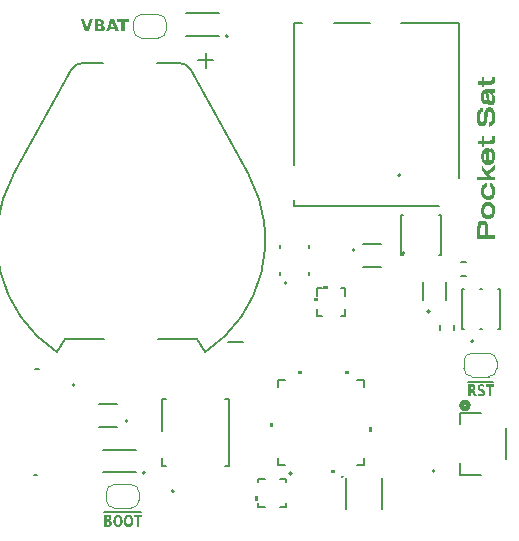
<source format=gbr>
%TF.GenerationSoftware,KiCad,Pcbnew,9.0.2+1*%
%TF.CreationDate,2025-08-01T20:38:56+01:00*%
%TF.ProjectId,PocketSat,506f636b-6574-4536-9174-2e6b69636164,rev?*%
%TF.SameCoordinates,Original*%
%TF.FileFunction,Legend,Top*%
%TF.FilePolarity,Positive*%
%FSLAX46Y46*%
G04 Gerber Fmt 4.6, Leading zero omitted, Abs format (unit mm)*
G04 Created by KiCad (PCBNEW 9.0.2+1) date 2025-08-01 20:38:56*
%MOMM*%
%LPD*%
G01*
G04 APERTURE LIST*
%ADD10C,0.160000*%
%ADD11C,0.187500*%
%ADD12C,0.152400*%
%ADD13C,0.000000*%
%ADD14C,0.127000*%
%ADD15C,0.200000*%
%ADD16C,0.120000*%
%ADD17C,0.150000*%
%ADD18C,0.400000*%
G04 APERTURE END LIST*
D10*
G36*
X108326838Y-56170041D02*
G01*
X108591170Y-56170041D01*
X108861730Y-56922859D01*
X109131557Y-56170041D01*
X109395889Y-56170041D01*
X109018168Y-57190000D01*
X108704621Y-57190000D01*
X108326838Y-56170041D01*
G37*
G36*
X110037315Y-56175157D02*
G01*
X110122348Y-56188852D01*
X110186664Y-56209045D01*
X110234436Y-56234277D01*
X110275194Y-56270129D01*
X110304559Y-56314937D01*
X110323090Y-56370586D01*
X110329752Y-56439991D01*
X110325627Y-56488605D01*
X110313860Y-56530446D01*
X110294886Y-56566753D01*
X110268696Y-56598113D01*
X110235390Y-56623901D01*
X110193831Y-56644300D01*
X110246940Y-56665814D01*
X110290169Y-56695977D01*
X110324989Y-56735158D01*
X110350268Y-56781353D01*
X110365949Y-56834962D01*
X110371456Y-56897702D01*
X110364578Y-56969991D01*
X110345294Y-57029092D01*
X110314529Y-57077715D01*
X110271683Y-57117643D01*
X110221130Y-57146733D01*
X110156027Y-57169411D01*
X110073070Y-57184463D01*
X109968394Y-57190000D01*
X109531871Y-57190000D01*
X109531871Y-57010237D01*
X109794860Y-57010237D01*
X109949282Y-57010237D01*
X110001209Y-57005932D01*
X110039918Y-56994401D01*
X110068473Y-56976959D01*
X110090010Y-56952086D01*
X110103543Y-56919376D01*
X110108468Y-56876331D01*
X110103606Y-56834215D01*
X110090216Y-56802062D01*
X110068839Y-56777473D01*
X110040487Y-56760238D01*
X110001700Y-56748791D01*
X109949282Y-56744501D01*
X109794860Y-56744501D01*
X109794860Y-57010237D01*
X109531871Y-57010237D01*
X109531871Y-56564738D01*
X109794860Y-56564738D01*
X109940368Y-56564738D01*
X109981001Y-56561260D01*
X110011670Y-56551880D01*
X110034645Y-56537566D01*
X110052006Y-56517339D01*
X110062844Y-56491191D01*
X110066763Y-56457271D01*
X110062868Y-56423797D01*
X110052050Y-56397737D01*
X110034645Y-56377342D01*
X110011640Y-56362821D01*
X109980969Y-56353323D01*
X109940368Y-56349804D01*
X109794860Y-56349804D01*
X109794860Y-56564738D01*
X109531871Y-56564738D01*
X109531871Y-56170041D01*
X109926751Y-56170041D01*
X110037315Y-56175157D01*
G37*
G36*
X111546203Y-57190000D02*
G01*
X111281871Y-57190000D01*
X111217636Y-57002421D01*
X110806392Y-57002421D01*
X110741484Y-57190000D01*
X110477152Y-57190000D01*
X110616107Y-56814842D01*
X110871971Y-56814842D01*
X111151385Y-56814842D01*
X111012044Y-56409094D01*
X110871971Y-56814842D01*
X110616107Y-56814842D01*
X110854935Y-56170041D01*
X111168482Y-56170041D01*
X111546203Y-57190000D01*
G37*
G36*
X111451193Y-56170041D02*
G01*
X112391161Y-56170041D01*
X112391161Y-56369344D01*
X112053007Y-56369344D01*
X112053007Y-57190000D01*
X111790019Y-57190000D01*
X111790019Y-56369344D01*
X111451193Y-56369344D01*
X111451193Y-56170041D01*
G37*
D11*
G36*
X141545733Y-87065302D02*
G01*
X141606664Y-87079490D01*
X141653564Y-87100641D01*
X141689155Y-87127452D01*
X141719127Y-87164675D01*
X141740863Y-87211123D01*
X141754633Y-87268772D01*
X141759589Y-87340554D01*
X141755177Y-87406131D01*
X141742762Y-87460538D01*
X141722952Y-87505968D01*
X141695640Y-87543965D01*
X141659458Y-87575811D01*
X141612585Y-87601284D01*
X141638301Y-87612821D01*
X141662352Y-87631282D01*
X141685079Y-87657337D01*
X141715218Y-87708070D01*
X141749880Y-87789656D01*
X141856950Y-88080000D01*
X141646886Y-88080000D01*
X141553646Y-87825987D01*
X141532782Y-87776061D01*
X141513819Y-87742410D01*
X141496539Y-87721207D01*
X141476217Y-87706200D01*
X141450924Y-87696592D01*
X141419419Y-87693119D01*
X141363549Y-87693119D01*
X141363549Y-88080000D01*
X141166308Y-88080000D01*
X141166308Y-87509448D01*
X141363549Y-87509448D01*
X141446576Y-87509448D01*
X141487491Y-87505333D01*
X141516036Y-87494663D01*
X141535420Y-87479162D01*
X141549624Y-87456376D01*
X141558877Y-87424224D01*
X141562347Y-87379450D01*
X141558876Y-87335194D01*
X141549626Y-87303536D01*
X141535420Y-87281203D01*
X141516076Y-87266037D01*
X141487535Y-87255570D01*
X141446576Y-87251528D01*
X141363549Y-87251528D01*
X141363549Y-87509448D01*
X141166308Y-87509448D01*
X141166308Y-87060041D01*
X141467596Y-87060041D01*
X141545733Y-87065302D01*
G37*
G36*
X142506834Y-87091304D02*
G01*
X142506834Y-87306238D01*
X142443725Y-87273564D01*
X142383873Y-87250734D01*
X142324559Y-87236504D01*
X142270667Y-87231988D01*
X142223446Y-87235507D01*
X142189646Y-87244652D01*
X142166116Y-87257756D01*
X142147298Y-87278126D01*
X142136217Y-87304143D01*
X142132318Y-87337684D01*
X142134957Y-87363273D01*
X142142495Y-87384004D01*
X142155125Y-87401065D01*
X142183143Y-87420184D01*
X142237877Y-87440022D01*
X142321866Y-87462554D01*
X142387272Y-87484422D01*
X142437554Y-87509578D01*
X142475427Y-87537155D01*
X142503217Y-87566662D01*
X142525968Y-87603631D01*
X142542670Y-87647982D01*
X142553251Y-87701209D01*
X142557026Y-87765293D01*
X142551702Y-87849271D01*
X142536907Y-87917266D01*
X142513669Y-87972435D01*
X142481967Y-88017046D01*
X142443411Y-88050522D01*
X142394071Y-88076312D01*
X142331489Y-88093309D01*
X142252715Y-88099539D01*
X142180035Y-88094926D01*
X142106673Y-88080976D01*
X142033860Y-88058161D01*
X141960173Y-88026083D01*
X141960173Y-87802540D01*
X142033627Y-87849254D01*
X142101819Y-87881491D01*
X142169949Y-87901600D01*
X142233756Y-87908053D01*
X142276514Y-87904288D01*
X142308714Y-87894241D01*
X142332628Y-87879293D01*
X142351891Y-87857043D01*
X142363099Y-87830136D01*
X142366975Y-87796983D01*
X142364188Y-87766389D01*
X142356379Y-87742204D01*
X142343665Y-87722916D01*
X142313822Y-87700848D01*
X142250654Y-87676266D01*
X142174313Y-87653735D01*
X142116215Y-87632949D01*
X142070144Y-87608208D01*
X142034133Y-87580229D01*
X142006518Y-87549382D01*
X141983873Y-87511581D01*
X141967436Y-87467658D01*
X141957157Y-87416426D01*
X141953533Y-87356308D01*
X141958582Y-87281538D01*
X141972831Y-87219107D01*
X141995635Y-87166611D01*
X142027309Y-87122384D01*
X142065386Y-87088535D01*
X142112166Y-87062985D01*
X142169439Y-87046466D01*
X142239388Y-87040502D01*
X142302774Y-87043626D01*
X142368990Y-87053203D01*
X142435965Y-87068857D01*
X142506834Y-87091304D01*
G37*
G36*
X142639504Y-87060041D02*
G01*
X143344480Y-87060041D01*
X143344480Y-87259344D01*
X143090865Y-87259344D01*
X143090865Y-88080000D01*
X142893623Y-88080000D01*
X142893623Y-87259344D01*
X142639504Y-87259344D01*
X142639504Y-87060041D01*
G37*
X141145000Y-86850000D02*
X143275251Y-86850000D01*
G36*
X110725390Y-98115157D02*
G01*
X110789165Y-98128852D01*
X110837402Y-98149045D01*
X110873231Y-98174277D01*
X110903800Y-98210129D01*
X110925823Y-98254937D01*
X110939722Y-98310586D01*
X110944718Y-98379991D01*
X110941624Y-98428605D01*
X110932799Y-98470446D01*
X110918568Y-98506753D01*
X110898926Y-98538113D01*
X110873946Y-98563901D01*
X110842777Y-98584300D01*
X110882609Y-98605814D01*
X110915031Y-98635977D01*
X110941146Y-98675158D01*
X110960105Y-98721353D01*
X110971866Y-98774962D01*
X110975996Y-98837702D01*
X110970837Y-98909991D01*
X110956375Y-98969092D01*
X110933301Y-99017715D01*
X110901166Y-99057643D01*
X110863251Y-99086733D01*
X110814424Y-99109411D01*
X110752206Y-99124463D01*
X110673700Y-99130000D01*
X110346308Y-99130000D01*
X110346308Y-98950237D01*
X110543549Y-98950237D01*
X110659366Y-98950237D01*
X110698310Y-98945932D01*
X110727342Y-98934401D01*
X110748759Y-98916959D01*
X110764912Y-98892086D01*
X110775061Y-98859376D01*
X110778755Y-98816331D01*
X110775109Y-98774215D01*
X110765066Y-98742062D01*
X110749033Y-98717473D01*
X110727769Y-98700238D01*
X110698679Y-98688791D01*
X110659366Y-98684501D01*
X110543549Y-98684501D01*
X110543549Y-98950237D01*
X110346308Y-98950237D01*
X110346308Y-98504738D01*
X110543549Y-98504738D01*
X110652680Y-98504738D01*
X110683155Y-98501260D01*
X110706156Y-98491880D01*
X110723388Y-98477566D01*
X110736408Y-98457339D01*
X110744537Y-98431191D01*
X110747476Y-98397271D01*
X110744555Y-98363797D01*
X110736441Y-98337737D01*
X110723388Y-98317342D01*
X110706134Y-98302821D01*
X110683131Y-98293323D01*
X110652680Y-98289804D01*
X110543549Y-98289804D01*
X110543549Y-98504738D01*
X110346308Y-98504738D01*
X110346308Y-98110041D01*
X110642467Y-98110041D01*
X110725390Y-98115157D01*
G37*
G36*
X111570320Y-98096804D02*
G01*
X111635150Y-98114743D01*
X111691773Y-98143307D01*
X111741373Y-98182102D01*
X111784837Y-98231369D01*
X111821311Y-98289774D01*
X111850090Y-98356488D01*
X111871312Y-98432719D01*
X111884653Y-98520053D01*
X111889342Y-98620387D01*
X111884659Y-98720384D01*
X111871330Y-98807500D01*
X111850115Y-98883612D01*
X111821333Y-98950291D01*
X111784837Y-99008733D01*
X111741375Y-99057976D01*
X111691777Y-99096754D01*
X111635153Y-99125307D01*
X111570323Y-99143240D01*
X111495867Y-99149539D01*
X111421671Y-99143251D01*
X111356980Y-99125340D01*
X111300395Y-99096801D01*
X111250751Y-99058015D01*
X111207172Y-99008733D01*
X111170569Y-98950272D01*
X111141711Y-98883581D01*
X111120445Y-98807469D01*
X111107085Y-98720363D01*
X111102392Y-98620387D01*
X111306319Y-98620387D01*
X111309936Y-98701663D01*
X111319975Y-98768772D01*
X111335503Y-98824032D01*
X111356007Y-98869392D01*
X111383306Y-98908097D01*
X111415045Y-98935395D01*
X111452102Y-98952171D01*
X111495867Y-98958053D01*
X111539927Y-98952157D01*
X111577161Y-98935359D01*
X111608980Y-98908056D01*
X111636276Y-98869392D01*
X111656781Y-98824032D01*
X111672309Y-98768772D01*
X111682348Y-98701663D01*
X111685964Y-98620387D01*
X111682341Y-98538699D01*
X111672291Y-98471366D01*
X111656761Y-98416031D01*
X111636276Y-98370710D01*
X111608977Y-98332016D01*
X111577157Y-98304695D01*
X111539924Y-98287887D01*
X111495867Y-98281988D01*
X111452105Y-98287873D01*
X111415049Y-98304659D01*
X111383309Y-98331976D01*
X111356007Y-98370710D01*
X111335522Y-98416031D01*
X111319993Y-98471366D01*
X111309943Y-98538699D01*
X111306319Y-98620387D01*
X111102392Y-98620387D01*
X111107091Y-98520074D01*
X111120463Y-98432750D01*
X111141737Y-98356519D01*
X111170592Y-98289794D01*
X111207172Y-98231369D01*
X111250753Y-98182063D01*
X111300398Y-98143260D01*
X111356984Y-98114710D01*
X111421674Y-98096792D01*
X111495867Y-98090502D01*
X111570320Y-98096804D01*
G37*
G36*
X112462784Y-98096804D02*
G01*
X112527613Y-98114743D01*
X112584237Y-98143307D01*
X112633836Y-98182102D01*
X112677300Y-98231369D01*
X112713774Y-98289774D01*
X112742553Y-98356488D01*
X112763775Y-98432719D01*
X112777117Y-98520053D01*
X112781806Y-98620387D01*
X112777123Y-98720384D01*
X112763793Y-98807500D01*
X112742579Y-98883612D01*
X112713796Y-98950291D01*
X112677300Y-99008733D01*
X112633838Y-99057976D01*
X112584240Y-99096754D01*
X112527617Y-99125307D01*
X112462786Y-99143240D01*
X112388330Y-99149539D01*
X112314135Y-99143251D01*
X112249443Y-99125340D01*
X112192858Y-99096801D01*
X112143214Y-99058015D01*
X112099635Y-99008733D01*
X112063033Y-98950272D01*
X112034174Y-98883581D01*
X112012909Y-98807469D01*
X111999548Y-98720363D01*
X111994855Y-98620387D01*
X112198783Y-98620387D01*
X112202399Y-98701663D01*
X112212438Y-98768772D01*
X112227966Y-98824032D01*
X112248471Y-98869392D01*
X112275769Y-98908097D01*
X112307508Y-98935395D01*
X112344566Y-98952171D01*
X112388330Y-98958053D01*
X112432390Y-98952157D01*
X112469624Y-98935359D01*
X112501443Y-98908056D01*
X112528739Y-98869392D01*
X112549244Y-98824032D01*
X112564772Y-98768772D01*
X112574811Y-98701663D01*
X112578428Y-98620387D01*
X112574804Y-98538699D01*
X112564754Y-98471366D01*
X112549225Y-98416031D01*
X112528739Y-98370710D01*
X112501440Y-98332016D01*
X112469620Y-98304695D01*
X112432387Y-98287887D01*
X112388330Y-98281988D01*
X112344569Y-98287873D01*
X112307513Y-98304659D01*
X112275772Y-98331976D01*
X112248471Y-98370710D01*
X112227986Y-98416031D01*
X112212456Y-98471366D01*
X112202406Y-98538699D01*
X112198783Y-98620387D01*
X111994855Y-98620387D01*
X111999554Y-98520074D01*
X112012926Y-98432750D01*
X112034200Y-98356519D01*
X112063055Y-98289794D01*
X112099635Y-98231369D01*
X112143216Y-98182063D01*
X112192862Y-98143260D01*
X112249447Y-98114710D01*
X112314137Y-98096792D01*
X112388330Y-98090502D01*
X112462784Y-98096804D01*
G37*
G36*
X112840195Y-98110041D02*
G01*
X113545171Y-98110041D01*
X113545171Y-98309344D01*
X113291556Y-98309344D01*
X113291556Y-99130000D01*
X113094314Y-99130000D01*
X113094314Y-98309344D01*
X112840195Y-98309344D01*
X112840195Y-98110041D01*
G37*
X110325000Y-97900000D02*
X113475942Y-97900000D01*
D12*
%TO.C,U2*%
X140629800Y-79013900D02*
X140629800Y-82417500D01*
X140629800Y-82417500D02*
X140817059Y-82417500D01*
X140817059Y-79013900D02*
X140629800Y-79013900D01*
X142142939Y-82417500D02*
X142317061Y-82417500D01*
X142317061Y-79013900D02*
X142142939Y-79013900D01*
X143642941Y-82417500D02*
X143830200Y-82417500D01*
X143830200Y-79013900D02*
X143642941Y-79013900D01*
X143830200Y-82417500D02*
X143830200Y-79013900D01*
X141581600Y-83415700D02*
G75*
G02*
X141378400Y-83415700I-101600J0D01*
G01*
X141378400Y-83415700D02*
G75*
G02*
X141581600Y-83415700I101600J0D01*
G01*
%TO.C,U4*%
X123368837Y-95076000D02*
X123368837Y-95362793D01*
X123368837Y-97151407D02*
X123368837Y-97438200D01*
X123368837Y-97438200D02*
X123905693Y-97438200D01*
X123905693Y-95076000D02*
X123368837Y-95076000D01*
X125194181Y-97438200D02*
X125731037Y-97438200D01*
X125731037Y-95076000D02*
X125194181Y-95076000D01*
X125731037Y-95362793D02*
X125731037Y-95076000D01*
X125731037Y-97438200D02*
X125731037Y-97151407D01*
D13*
G36*
X123343437Y-96947726D02*
G01*
X123089437Y-96947726D01*
X123089437Y-96566726D01*
X123343437Y-96566726D01*
X123343437Y-96947726D01*
G37*
D14*
%TO.C,J20*%
X104685000Y-94713498D02*
X104385000Y-94713498D01*
X104795000Y-85773498D02*
X104495000Y-85773498D01*
D15*
X107825000Y-87143498D02*
G75*
G02*
X107625000Y-87143498I-100000J0D01*
G01*
X107625000Y-87143498D02*
G75*
G02*
X107825000Y-87143498I100000J0D01*
G01*
D16*
%TO.C,JP4*%
X110498600Y-96850000D02*
X110498600Y-96250000D01*
X111198600Y-95550000D02*
X112598600Y-95550000D01*
X112598600Y-97550000D02*
X111198600Y-97550000D01*
X113298600Y-96250000D02*
X113298600Y-96850000D01*
X110498600Y-96250000D02*
G75*
G02*
X111198600Y-95550000I699999J1D01*
G01*
X111198600Y-97550000D02*
G75*
G02*
X110498600Y-96850000I-1J699999D01*
G01*
X112598600Y-95550000D02*
G75*
G02*
X113298600Y-96250000I0J-700000D01*
G01*
X113298600Y-96850000D02*
G75*
G02*
X112598600Y-97550000I-700000J0D01*
G01*
D12*
%TO.C,MCU2*%
X125067800Y-86667800D02*
X125067800Y-87278360D01*
X125067800Y-93321640D02*
X125067800Y-93932200D01*
X125067800Y-93932200D02*
X125678360Y-93932200D01*
X125678360Y-86667800D02*
X125067800Y-86667800D01*
X131721640Y-93932200D02*
X132332200Y-93932200D01*
X132332200Y-86667800D02*
X131721640Y-86667800D01*
X132332200Y-87278360D02*
X132332200Y-86667800D01*
X132332200Y-93932200D02*
X132332200Y-93321640D01*
D15*
X126230000Y-94600000D02*
G75*
G02*
X125990000Y-94600000I-120000J0D01*
G01*
X125990000Y-94600000D02*
G75*
G02*
X126230000Y-94600000I120000J0D01*
G01*
D13*
G36*
X124636000Y-90690500D02*
G01*
X124382000Y-90690500D01*
X124382000Y-90309500D01*
X124636000Y-90309500D01*
X124636000Y-90690500D01*
G37*
G36*
X127090501Y-86236000D02*
G01*
X126709501Y-86236000D01*
X126709501Y-85982000D01*
X127090501Y-85982000D01*
X127090501Y-86236000D01*
G37*
G36*
X129890501Y-94618000D02*
G01*
X129509501Y-94618000D01*
X129509501Y-94364000D01*
X129890501Y-94364000D01*
X129890501Y-94618000D01*
G37*
G36*
X131090501Y-86236000D02*
G01*
X130709501Y-86236000D01*
X130709501Y-85982000D01*
X131090501Y-85982000D01*
X131090501Y-86236000D01*
G37*
G36*
X133018000Y-91090499D02*
G01*
X132764000Y-91090499D01*
X132764000Y-90709499D01*
X133018000Y-90709499D01*
X133018000Y-91090499D01*
G37*
D12*
%TO.C,U6*%
X128368903Y-78945897D02*
X128368903Y-79571955D01*
X128368903Y-80682039D02*
X128368903Y-81308097D01*
X128368903Y-81308097D02*
X128744962Y-81308097D01*
X128744962Y-78945897D02*
X128368903Y-78945897D01*
X130355044Y-81308097D02*
X130731103Y-81308097D01*
X130731103Y-78945897D02*
X130355044Y-78945897D01*
X130731103Y-79571955D02*
X130731103Y-78945897D01*
X130731103Y-81308097D02*
X130731103Y-80682039D01*
G36*
X128119003Y-79726997D02*
G01*
X128394003Y-79726997D01*
X128394003Y-79976997D01*
X128119003Y-79976997D01*
X128119003Y-79726997D01*
G37*
D13*
G36*
X129240504Y-78972996D02*
G01*
X128859504Y-78972996D01*
X128859504Y-78718996D01*
X129240504Y-78718996D01*
X129240504Y-78972996D01*
G37*
%TO.C,G\u002A\u002A\u002A*%
G36*
X142496172Y-61205025D02*
G01*
X142496172Y-61380570D01*
X142772112Y-61380570D01*
X142857850Y-61379953D01*
X142936152Y-61378232D01*
X143002336Y-61375602D01*
X143051724Y-61372258D01*
X143079630Y-61368395D01*
X143082013Y-61367659D01*
X143113180Y-61341538D01*
X143132791Y-61291829D01*
X143140626Y-61219456D01*
X143137367Y-61135034D01*
X143128023Y-61029480D01*
X143256024Y-61029480D01*
X143384024Y-61029480D01*
X143392464Y-61071678D01*
X143397494Y-61115492D01*
X143399943Y-61177870D01*
X143400011Y-61251055D01*
X143397898Y-61327290D01*
X143393807Y-61398818D01*
X143387937Y-61457881D01*
X143381541Y-61493088D01*
X143354812Y-61564622D01*
X143315947Y-61616903D01*
X143259636Y-61656807D01*
X143252089Y-61660766D01*
X143232854Y-61670033D01*
X143213475Y-61677198D01*
X143190329Y-61682529D01*
X143159789Y-61686297D01*
X143118232Y-61688772D01*
X143062033Y-61690223D01*
X142987567Y-61690921D01*
X142891209Y-61691137D01*
X142844401Y-61691149D01*
X142496172Y-61691149D01*
X142496172Y-61805928D01*
X142496172Y-61920708D01*
X142394896Y-61920708D01*
X142293620Y-61920708D01*
X142293620Y-61805928D01*
X142293620Y-61691149D01*
X142138330Y-61691149D01*
X141983040Y-61691149D01*
X141983040Y-61535858D01*
X141983041Y-61380570D01*
X142138330Y-61380570D01*
X142293620Y-61380570D01*
X142293620Y-61205025D01*
X142293620Y-61029480D01*
X142394896Y-61029480D01*
X142496172Y-61029480D01*
X142496172Y-61205025D01*
G37*
G36*
X142496172Y-66255317D02*
G01*
X142496172Y-66430862D01*
X142772113Y-66430862D01*
X142857850Y-66430245D01*
X142936152Y-66428524D01*
X143002337Y-66425894D01*
X143051724Y-66422550D01*
X143079630Y-66418687D01*
X143082013Y-66417951D01*
X143113180Y-66391830D01*
X143132791Y-66342122D01*
X143140626Y-66269749D01*
X143137367Y-66185327D01*
X143128023Y-66079772D01*
X143256024Y-66079772D01*
X143384024Y-66079772D01*
X143392464Y-66121970D01*
X143397494Y-66165784D01*
X143399943Y-66228162D01*
X143400011Y-66301348D01*
X143397898Y-66377583D01*
X143393806Y-66449110D01*
X143387937Y-66508173D01*
X143381541Y-66543380D01*
X143354812Y-66614914D01*
X143315948Y-66667195D01*
X143259636Y-66707099D01*
X143252089Y-66711059D01*
X143232854Y-66720327D01*
X143213475Y-66727492D01*
X143190329Y-66732822D01*
X143159789Y-66736589D01*
X143118232Y-66739064D01*
X143062033Y-66740515D01*
X142987567Y-66741214D01*
X142891209Y-66741429D01*
X142844400Y-66741441D01*
X142496172Y-66741441D01*
X142496172Y-66856221D01*
X142496172Y-66971000D01*
X142394896Y-66971000D01*
X142293620Y-66971000D01*
X142293620Y-66856221D01*
X142293620Y-66741441D01*
X142138330Y-66741441D01*
X141983040Y-66741441D01*
X141983040Y-66586152D01*
X141983040Y-66430862D01*
X142138330Y-66430862D01*
X142293620Y-66430862D01*
X142293620Y-66255317D01*
X142293620Y-66079772D01*
X142394896Y-66079772D01*
X142496172Y-66079772D01*
X142496172Y-66255317D01*
G37*
G36*
X143379229Y-68494697D02*
G01*
X143383352Y-68507798D01*
X143385674Y-68535958D01*
X143386645Y-68582760D01*
X143386718Y-68651786D01*
X143386621Y-68680470D01*
X143385842Y-68881739D01*
X143143994Y-69086194D01*
X142902146Y-69290650D01*
X142978100Y-69386646D01*
X143054055Y-69482643D01*
X143220727Y-69482643D01*
X143387400Y-69482643D01*
X143387400Y-69637932D01*
X143387400Y-69793222D01*
X142651461Y-69793222D01*
X141915523Y-69793222D01*
X141915523Y-69638134D01*
X141915523Y-69483045D01*
X142315595Y-69479468D01*
X142715666Y-69475891D01*
X142504643Y-69214693D01*
X142293620Y-68953495D01*
X142293620Y-68745448D01*
X142293939Y-68673947D01*
X142294820Y-68613054D01*
X142296147Y-68567374D01*
X142297804Y-68541511D01*
X142298835Y-68537401D01*
X142308318Y-68547517D01*
X142332200Y-68575949D01*
X142368140Y-68619821D01*
X142413795Y-68676258D01*
X142466821Y-68742385D01*
X142508978Y-68795300D01*
X142573274Y-68875915D01*
X142623129Y-68937457D01*
X142660684Y-68982168D01*
X142688084Y-69012291D01*
X142707467Y-69030070D01*
X142720976Y-69037747D01*
X142730753Y-69037566D01*
X142736697Y-69033817D01*
X142752639Y-69020238D01*
X142786268Y-68991584D01*
X142834716Y-68950294D01*
X142895119Y-68898815D01*
X142964609Y-68839586D01*
X143040320Y-68775052D01*
X143049813Y-68766959D01*
X143126139Y-68701899D01*
X143196641Y-68641804D01*
X143258441Y-68589126D01*
X143308662Y-68546317D01*
X143344428Y-68515831D01*
X143362861Y-68500118D01*
X143363769Y-68499344D01*
X143372852Y-68493073D01*
X143379229Y-68494697D01*
G37*
G36*
X142452529Y-73203236D02*
G01*
X142502655Y-73205187D01*
X142539672Y-73209865D01*
X142570530Y-73218437D01*
X142602176Y-73232068D01*
X142625409Y-73243659D01*
X142703715Y-73298360D01*
X142765941Y-73372963D01*
X142808893Y-73463633D01*
X142808938Y-73463768D01*
X142814297Y-73492790D01*
X142818921Y-73545596D01*
X142822838Y-73622852D01*
X142826075Y-73725219D01*
X142828657Y-73853362D01*
X142830353Y-73982392D01*
X142835350Y-74451361D01*
X143107999Y-74455013D01*
X143380648Y-74458666D01*
X143384439Y-74624084D01*
X143388232Y-74789501D01*
X142658012Y-74789501D01*
X142387965Y-74789501D01*
X141927793Y-74789501D01*
X141929906Y-74451915D01*
X142183713Y-74451915D01*
X142387965Y-74451915D01*
X142592217Y-74451915D01*
X142588081Y-74063690D01*
X142586674Y-73948331D01*
X142585051Y-73856814D01*
X142583015Y-73785974D01*
X142580367Y-73732647D01*
X142576905Y-73693669D01*
X142572431Y-73665874D01*
X142566746Y-73646098D01*
X142560950Y-73633482D01*
X142531868Y-73598526D01*
X142493905Y-73572918D01*
X142493433Y-73572716D01*
X142437000Y-73557814D01*
X142374143Y-73554775D01*
X142315239Y-73563128D01*
X142270666Y-73582399D01*
X142270023Y-73582870D01*
X142248617Y-73599734D01*
X142231535Y-73617278D01*
X142218248Y-73638649D01*
X142208225Y-73666992D01*
X142200939Y-73705453D01*
X142195861Y-73757178D01*
X142192460Y-73825312D01*
X142190209Y-73913002D01*
X142188578Y-74023393D01*
X142188027Y-74070442D01*
X142183713Y-74451915D01*
X141929906Y-74451915D01*
X141931786Y-74151464D01*
X141932740Y-74003591D01*
X141933670Y-73880182D01*
X141934699Y-73778689D01*
X141935952Y-73696569D01*
X141937552Y-73631277D01*
X141939623Y-73580268D01*
X141942288Y-73540997D01*
X141945671Y-73510921D01*
X141949895Y-73487493D01*
X141955084Y-73468170D01*
X141961364Y-73450407D01*
X141966479Y-73437524D01*
X142014505Y-73351216D01*
X142080732Y-73280382D01*
X142157642Y-73231392D01*
X142189257Y-73218693D01*
X142223016Y-73210329D01*
X142265511Y-73205463D01*
X142323329Y-73203257D01*
X142382347Y-73202845D01*
X142452529Y-73203236D01*
G37*
G36*
X142918435Y-71623381D02*
G01*
X142969547Y-71625095D01*
X143007540Y-71629437D01*
X143039359Y-71637587D01*
X143071946Y-71650720D01*
X143106097Y-71667005D01*
X143204730Y-71729864D01*
X143286211Y-71813244D01*
X143349972Y-71916351D01*
X143395445Y-72038389D01*
X143407673Y-72088894D01*
X143418130Y-72160493D01*
X143424282Y-72249426D01*
X143426144Y-72346817D01*
X143423736Y-72443789D01*
X143417072Y-72531466D01*
X143406713Y-72598526D01*
X143367670Y-72723267D01*
X143309453Y-72831598D01*
X143233453Y-72921618D01*
X143141054Y-72991425D01*
X143106097Y-73010242D01*
X143067246Y-73028635D01*
X143035168Y-73041027D01*
X143002921Y-73048594D01*
X142963561Y-73052512D01*
X142910144Y-73053960D01*
X142853167Y-73054111D01*
X142847261Y-73054127D01*
X142771516Y-73053359D01*
X142715742Y-73050616D01*
X142672925Y-73045013D01*
X142636050Y-73035660D01*
X142601477Y-73023034D01*
X142505151Y-72969950D01*
X142421949Y-72893932D01*
X142352838Y-72796164D01*
X142298786Y-72677828D01*
X142284794Y-72635700D01*
X142272379Y-72576520D01*
X142263832Y-72497815D01*
X142259152Y-72406790D01*
X142258366Y-72313795D01*
X142501492Y-72313795D01*
X142504521Y-72405482D01*
X142520706Y-72493137D01*
X142550047Y-72571235D01*
X142592546Y-72634254D01*
X142620954Y-72660060D01*
X142677108Y-72693935D01*
X142739265Y-72714084D01*
X142815581Y-72722732D01*
X142853167Y-72723472D01*
X142948580Y-72713747D01*
X143027053Y-72683973D01*
X143090688Y-72633250D01*
X143105918Y-72615445D01*
X143145150Y-72546903D01*
X143170865Y-72461157D01*
X143182149Y-72364886D01*
X143178093Y-72264768D01*
X143164016Y-72189547D01*
X143129899Y-72100299D01*
X143079152Y-72032299D01*
X143011600Y-71985414D01*
X142927069Y-71959512D01*
X142853167Y-71953775D01*
X142768619Y-71958323D01*
X142701599Y-71973450D01*
X142643954Y-72001383D01*
X142620954Y-72017188D01*
X142571353Y-72069771D01*
X142534908Y-72140415D01*
X142511622Y-72223598D01*
X142501492Y-72313795D01*
X142258366Y-72313795D01*
X142258339Y-72310650D01*
X142261394Y-72216597D01*
X142268317Y-72131838D01*
X142279106Y-72063576D01*
X142284794Y-72041548D01*
X142333809Y-71916864D01*
X142398195Y-71812369D01*
X142476982Y-71729244D01*
X142569202Y-71668673D01*
X142601477Y-71654213D01*
X142639066Y-71640644D01*
X142676168Y-71631637D01*
X142719797Y-71626306D01*
X142776967Y-71623762D01*
X142847261Y-71623121D01*
X142918435Y-71623381D01*
G37*
G36*
X143019431Y-70015594D02*
G01*
X143122235Y-70047501D01*
X143211679Y-70102375D01*
X143286916Y-70179247D01*
X143347101Y-70277150D01*
X143391382Y-70395117D01*
X143406559Y-70457698D01*
X143417643Y-70533649D01*
X143424282Y-70625976D01*
X143426464Y-70725923D01*
X143424176Y-70824736D01*
X143417406Y-70913658D01*
X143407316Y-70978709D01*
X143368307Y-71104870D01*
X143310335Y-71212907D01*
X143234089Y-71301881D01*
X143140263Y-71370851D01*
X143105031Y-71389314D01*
X143058410Y-71409948D01*
X143016713Y-71423329D01*
X142970615Y-71431463D01*
X142910794Y-71436354D01*
X142878950Y-71437941D01*
X142806732Y-71439889D01*
X142751241Y-71437573D01*
X142702396Y-71430006D01*
X142650117Y-71416201D01*
X142646913Y-71415233D01*
X142540808Y-71370631D01*
X142451753Y-71306054D01*
X142378928Y-71220643D01*
X142321512Y-71113539D01*
X142297735Y-71049791D01*
X142283277Y-71003840D01*
X142273058Y-70964352D01*
X142266363Y-70924992D01*
X142262479Y-70879426D01*
X142260687Y-70821320D01*
X142260276Y-70744341D01*
X142260311Y-70718209D01*
X142263606Y-70587700D01*
X142273760Y-70478826D01*
X142292065Y-70386792D01*
X142319812Y-70306806D01*
X142358296Y-70234077D01*
X142408810Y-70163806D01*
X142410381Y-70161864D01*
X142455883Y-70118952D01*
X142518460Y-70077135D01*
X142588527Y-70041837D01*
X142656502Y-70018483D01*
X142668341Y-70015853D01*
X142712227Y-70007132D01*
X142712227Y-70183475D01*
X142712227Y-70359818D01*
X142661589Y-70385786D01*
X142600456Y-70425127D01*
X142556110Y-70473856D01*
X142526678Y-70535951D01*
X142510287Y-70615387D01*
X142505065Y-70716142D01*
X142505061Y-70718209D01*
X142506185Y-70787670D01*
X142510544Y-70838730D01*
X142519422Y-70879926D01*
X142534102Y-70919794D01*
X142536025Y-70924235D01*
X142576532Y-70996135D01*
X142628038Y-71047980D01*
X142693933Y-71081674D01*
X142777612Y-71099119D01*
X142854013Y-71102686D01*
X142945109Y-71094578D01*
X143018757Y-71069415D01*
X143079912Y-71025223D01*
X143099138Y-71005060D01*
X143132704Y-70960384D01*
X143155682Y-70912028D01*
X143169716Y-70853844D01*
X143176452Y-70779685D01*
X143177704Y-70711457D01*
X143176764Y-70642786D01*
X143173292Y-70593462D01*
X143166119Y-70555862D01*
X143154088Y-70522363D01*
X143146306Y-70505624D01*
X143101421Y-70438478D01*
X143044170Y-70394608D01*
X143005103Y-70380057D01*
X142968793Y-70370943D01*
X142968793Y-70188608D01*
X142968793Y-70006272D01*
X143019431Y-70015594D01*
G37*
G36*
X142914779Y-67597258D02*
G01*
X142914779Y-68145801D01*
X142945162Y-68145504D01*
X142987619Y-68136863D01*
X143038368Y-68115343D01*
X143086003Y-68086541D01*
X143113295Y-68063017D01*
X143155138Y-68005851D01*
X143183118Y-67938207D01*
X143198678Y-67855120D01*
X143203274Y-67754201D01*
X143201402Y-67674810D01*
X143195635Y-67616324D01*
X143185266Y-67572833D01*
X143179788Y-67558585D01*
X143143978Y-67495181D01*
X143100322Y-67448750D01*
X143066693Y-67429019D01*
X143054298Y-67423018D01*
X143045833Y-67413221D01*
X143040549Y-67395013D01*
X143037700Y-67363776D01*
X143036535Y-67314896D01*
X143036310Y-67243754D01*
X143036309Y-67241404D01*
X143036455Y-67169776D01*
X143037399Y-67120835D01*
X143039906Y-67090260D01*
X143044741Y-67073732D01*
X143052667Y-67066930D01*
X143064449Y-67065535D01*
X143067416Y-67065524D01*
X143096380Y-67071425D01*
X143138190Y-67086629D01*
X143169750Y-67101018D01*
X143248234Y-67154973D01*
X143314048Y-67231359D01*
X143365946Y-67328132D01*
X143402678Y-67443250D01*
X143413930Y-67500516D01*
X143421624Y-67570547D01*
X143425669Y-67657242D01*
X143426201Y-67752279D01*
X143423356Y-67847339D01*
X143417268Y-67934101D01*
X143408072Y-68004246D01*
X143405538Y-68017126D01*
X143370297Y-68136887D01*
X143318689Y-68238606D01*
X143247967Y-68327560D01*
X143239667Y-68336029D01*
X143179663Y-68390094D01*
X143120064Y-68428937D01*
X143054756Y-68454704D01*
X142977626Y-68469539D01*
X142882560Y-68475586D01*
X142840510Y-68476025D01*
X142737815Y-68472683D01*
X142684332Y-68465285D01*
X142654975Y-68461224D01*
X142585506Y-68439498D01*
X142522922Y-68405355D01*
X142460740Y-68356647D01*
X142449280Y-68346343D01*
X142377844Y-68266538D01*
X142323267Y-68172147D01*
X142284842Y-68061082D01*
X142261863Y-67931251D01*
X142253622Y-67780565D01*
X142253578Y-67767704D01*
X142255012Y-67738732D01*
X142477993Y-67738732D01*
X142479467Y-67826814D01*
X142489479Y-67907491D01*
X142500658Y-67951021D01*
X142526503Y-68004570D01*
X142564314Y-68055209D01*
X142608233Y-68097155D01*
X142652399Y-68124627D01*
X142684332Y-68132297D01*
X142689217Y-68120507D01*
X142693064Y-68084693D01*
X142695897Y-68024187D01*
X142697744Y-67938321D01*
X142698631Y-67826432D01*
X142698723Y-67767704D01*
X142698258Y-67643942D01*
X142696844Y-67546503D01*
X142694456Y-67474722D01*
X142691067Y-67427931D01*
X142686650Y-67405463D01*
X142684331Y-67403111D01*
X142644261Y-67414618D01*
X142599691Y-67445284D01*
X142556482Y-67489327D01*
X142520494Y-67540963D01*
X142500658Y-67584387D01*
X142485057Y-67654253D01*
X142477993Y-67738732D01*
X142255012Y-67738732D01*
X142261243Y-67612820D01*
X142284606Y-67478672D01*
X142324221Y-67363635D01*
X142380639Y-67266085D01*
X142451112Y-67187392D01*
X142529445Y-67127765D01*
X142615489Y-67087123D01*
X142715178Y-67063195D01*
X142796624Y-67055153D01*
X142914779Y-67048717D01*
X142914779Y-67597258D01*
G37*
G36*
X143019139Y-63612647D02*
G01*
X143103796Y-63629023D01*
X143176248Y-63662218D01*
X143235631Y-63707851D01*
X143288491Y-63765205D01*
X143331255Y-63831971D01*
X143364741Y-63911086D01*
X143389762Y-64005480D01*
X143407133Y-64118088D01*
X143417668Y-64251845D01*
X143421760Y-64378337D01*
X143422501Y-64466249D01*
X143421901Y-64550641D01*
X143420101Y-64625579D01*
X143417241Y-64685125D01*
X143413650Y-64722149D01*
X143382987Y-64864460D01*
X143338626Y-64983628D01*
X143280350Y-65079912D01*
X143207942Y-65153572D01*
X143121183Y-65204863D01*
X143019858Y-65234047D01*
X142979630Y-65239204D01*
X142901275Y-65246309D01*
X142901275Y-65062137D01*
X142901275Y-64877965D01*
X142935572Y-64877965D01*
X142981171Y-64868629D01*
X143033029Y-64844593D01*
X143080005Y-64811808D01*
X143102579Y-64788712D01*
X143133444Y-64732863D01*
X143157029Y-64656741D01*
X143173138Y-64566133D01*
X143181572Y-64466826D01*
X143182133Y-64364609D01*
X143174626Y-64265270D01*
X143158852Y-64174596D01*
X143134613Y-64098375D01*
X143126709Y-64081261D01*
X143086927Y-64025764D01*
X143037288Y-63991215D01*
X142982855Y-63977245D01*
X142928692Y-63983487D01*
X142879860Y-64009577D01*
X142841423Y-64055146D01*
X142822080Y-64103341D01*
X142816964Y-64131056D01*
X142809767Y-64181302D01*
X142801029Y-64249726D01*
X142791288Y-64331980D01*
X142781083Y-64423712D01*
X142773546Y-64495162D01*
X142758542Y-64633046D01*
X142744008Y-64747024D01*
X142729055Y-64840162D01*
X142712789Y-64915528D01*
X142694321Y-64976188D01*
X142672760Y-65025209D01*
X142647213Y-65065657D01*
X142616790Y-65100600D01*
X142590596Y-65124731D01*
X142545762Y-65156261D01*
X142496052Y-65181504D01*
X142476195Y-65188466D01*
X142414590Y-65198599D01*
X142341065Y-65200243D01*
X142266046Y-65194075D01*
X142199959Y-65180775D01*
X142165917Y-65168236D01*
X142087965Y-65115547D01*
X142021164Y-65039067D01*
X141966277Y-64939937D01*
X141924071Y-64819296D01*
X141919320Y-64801154D01*
X141910619Y-64760245D01*
X141904308Y-64713578D01*
X141900091Y-64656411D01*
X141897673Y-64584003D01*
X141896759Y-64491613D01*
X141896767Y-64439102D01*
X141898525Y-64314508D01*
X141903718Y-64211606D01*
X141913224Y-64125202D01*
X141927919Y-64050103D01*
X141948680Y-63981116D01*
X141976384Y-63913047D01*
X141990748Y-63882566D01*
X142041868Y-63804553D01*
X142110033Y-63740089D01*
X142189599Y-63692905D01*
X142274927Y-63666737D01*
X142323032Y-63662654D01*
X142374641Y-63662654D01*
X142374641Y-63836735D01*
X142374641Y-64010816D01*
X142337506Y-64020084D01*
X142267445Y-64049558D01*
X142214915Y-64099275D01*
X142186464Y-64149744D01*
X142159967Y-64232888D01*
X142143543Y-64330704D01*
X142137176Y-64435699D01*
X142140854Y-64540378D01*
X142154564Y-64637252D01*
X142178288Y-64718826D01*
X142187556Y-64739598D01*
X142225436Y-64792983D01*
X142272143Y-64824513D01*
X142322775Y-64833765D01*
X142372431Y-64820320D01*
X142416207Y-64783755D01*
X142432121Y-64760616D01*
X142440748Y-64740857D01*
X142448838Y-64710650D01*
X142456832Y-64666999D01*
X142465169Y-64606911D01*
X142474292Y-64527395D01*
X142484639Y-64425457D01*
X142490529Y-64363881D01*
X142502359Y-64240799D01*
X142512611Y-64141121D01*
X142521860Y-64061328D01*
X142530681Y-63997904D01*
X142539649Y-63947332D01*
X142549340Y-63906092D01*
X142560328Y-63870669D01*
X142573189Y-63837545D01*
X142578649Y-63824914D01*
X142626740Y-63742120D01*
X142689423Y-63680446D01*
X142768510Y-63638746D01*
X142865810Y-63615877D01*
X142916664Y-63611392D01*
X143019139Y-63612647D01*
G37*
G36*
X143380660Y-62080470D02*
G01*
X143384695Y-62099152D01*
X143386700Y-62134763D01*
X143387360Y-62191485D01*
X143387400Y-62221770D01*
X143387400Y-62377183D01*
X143344874Y-62392008D01*
X143306973Y-62402520D01*
X143276222Y-62406832D01*
X143262654Y-62409175D01*
X143263064Y-62419558D01*
X143278950Y-62443011D01*
X143291957Y-62459686D01*
X143342743Y-62537931D01*
X143384972Y-62629828D01*
X143412662Y-62722142D01*
X143414303Y-62730370D01*
X143424225Y-62809026D01*
X143427732Y-62899351D01*
X143425133Y-62992203D01*
X143416736Y-63078435D01*
X143402847Y-63148903D01*
X143399864Y-63158968D01*
X143358076Y-63256886D01*
X143302117Y-63332020D01*
X143232231Y-63384168D01*
X143148669Y-63413130D01*
X143078073Y-63419516D01*
X143073579Y-63419330D01*
X143021987Y-63417195D01*
X142968401Y-63411262D01*
X142937042Y-63405000D01*
X142883577Y-63379078D01*
X142829986Y-63334560D01*
X142783489Y-63278840D01*
X142751305Y-63219312D01*
X142748693Y-63212102D01*
X142740889Y-63179140D01*
X142731682Y-63123786D01*
X142721674Y-63050581D01*
X142711472Y-62964066D01*
X142701679Y-62868782D01*
X142698524Y-62834918D01*
X142688624Y-62725912D01*
X142680627Y-62640627D01*
X142673935Y-62575890D01*
X142667951Y-62528531D01*
X142662073Y-62495380D01*
X142655703Y-62473264D01*
X142648242Y-62459015D01*
X142639091Y-62449460D01*
X142627650Y-62441429D01*
X142623687Y-62438847D01*
X142583171Y-62425721D01*
X142544766Y-62437495D01*
X142513045Y-62472174D01*
X142503562Y-62491259D01*
X142485821Y-62554177D01*
X142475725Y-62633893D01*
X142473898Y-62721128D01*
X142480961Y-62806602D01*
X142481955Y-62813254D01*
X142496370Y-62885362D01*
X142515438Y-62936504D01*
X142542271Y-62972674D01*
X142578265Y-62998901D01*
X142617532Y-63021239D01*
X142617617Y-63186657D01*
X142617703Y-63352074D01*
X142573817Y-63351779D01*
X142515300Y-63341197D01*
X142452897Y-63313771D01*
X142398027Y-63274906D01*
X142385492Y-63262629D01*
X142336198Y-63191803D01*
X142298262Y-63096758D01*
X142271760Y-62977813D01*
X142256767Y-62835285D01*
X142253109Y-62705665D01*
X142257904Y-62553014D01*
X142272174Y-62422760D01*
X142272518Y-62421196D01*
X142854960Y-62421196D01*
X142860628Y-62437215D01*
X142866197Y-62459992D01*
X142873866Y-62504745D01*
X142882920Y-62566589D01*
X142892642Y-62640640D01*
X142901683Y-62716463D01*
X142914803Y-62825647D01*
X142927333Y-62910828D01*
X142940650Y-62974935D01*
X142956134Y-63020901D01*
X142975162Y-63051656D01*
X142999113Y-63070132D01*
X143029365Y-63079260D01*
X143067297Y-63081971D01*
X143073579Y-63082005D01*
X143127651Y-63070599D01*
X143167589Y-63036340D01*
X143193421Y-62979171D01*
X143205177Y-62899031D01*
X143204066Y-62811936D01*
X143196659Y-62747079D01*
X143183989Y-62679080D01*
X143170749Y-62629183D01*
X143134029Y-62543552D01*
X143086791Y-62481349D01*
X143027119Y-62440400D01*
X142992618Y-62427394D01*
X142945129Y-62415408D01*
X142902039Y-62407998D01*
X142885610Y-62406832D01*
X142859656Y-62409284D01*
X142854960Y-62421196D01*
X142272518Y-62421196D01*
X142295749Y-62315710D01*
X142328455Y-62232668D01*
X142365157Y-62179551D01*
X142384615Y-62159394D01*
X142403470Y-62143110D01*
X142424765Y-62130227D01*
X142451541Y-62120272D01*
X142486841Y-62112775D01*
X142533705Y-62107264D01*
X142595177Y-62103270D01*
X142674297Y-62100321D01*
X142774108Y-62097945D01*
X142897651Y-62095673D01*
X142908027Y-62095492D01*
X143014303Y-62093329D01*
X143112567Y-62090725D01*
X143199385Y-62087819D01*
X143271326Y-62084748D01*
X143324955Y-62081651D01*
X143356841Y-62078666D01*
X143363769Y-62077168D01*
X143373913Y-62074536D01*
X143380660Y-62080470D01*
G37*
D14*
%TO.C,BT1*%
X102621380Y-69374990D02*
X107512130Y-60451900D01*
X107050100Y-83251700D02*
X106331060Y-84341000D01*
X108514450Y-59858300D02*
X110260000Y-59858300D01*
X110280000Y-83251700D02*
X107050100Y-83251700D01*
X114790000Y-59858300D02*
X116685550Y-59858300D01*
X117687870Y-60451900D02*
X122578620Y-69374990D01*
X118149900Y-83251700D02*
X114870000Y-83251700D01*
X118868940Y-84341000D02*
X118149900Y-83251700D01*
X118950000Y-60252000D02*
X118950000Y-58982000D01*
X119585000Y-59617000D02*
X118315000Y-59617000D01*
X122125000Y-83477000D02*
X120855000Y-83477000D01*
X106331060Y-84341000D02*
G75*
G02*
X102621381Y-69374990I6268969J9496683D01*
G01*
X107512130Y-60451900D02*
G75*
G02*
X108514450Y-59858296I1002300J-549390D01*
G01*
X116685550Y-59858300D02*
G75*
G02*
X117687870Y-60451900I26J-1142987D01*
G01*
X122578620Y-69374990D02*
G75*
G02*
X118868940Y-84341001I-9978649J-5469327D01*
G01*
D10*
%TO.C,D1*%
X110200000Y-94512500D02*
X113000000Y-94512500D01*
X113000000Y-92612500D02*
X110200000Y-92612500D01*
D15*
X113800000Y-94562500D02*
G75*
G02*
X113600000Y-94562500I-100000J0D01*
G01*
X113600000Y-94562500D02*
G75*
G02*
X113800000Y-94562500I100000J0D01*
G01*
D12*
%TO.C,R5*%
X140568891Y-77861500D02*
X140991109Y-77861500D01*
X140991109Y-76718500D02*
X140568891Y-76718500D01*
%TO.C,D3*%
X132225300Y-77177900D02*
X133774700Y-77177900D01*
X133774700Y-75222100D02*
X132225300Y-75222100D01*
X131550000Y-75700000D02*
G75*
G02*
X131346800Y-75700000I-101600J0D01*
G01*
X131346800Y-75700000D02*
G75*
G02*
X131550000Y-75700000I101600J0D01*
G01*
D10*
%TO.C,D2*%
X117217500Y-57550000D02*
X120017500Y-57550000D01*
X120017500Y-55650000D02*
X117217500Y-55650000D01*
D15*
X120817500Y-57600000D02*
G75*
G02*
X120617500Y-57600000I-100000J0D01*
G01*
X120617500Y-57600000D02*
G75*
G02*
X120817500Y-57600000I100000J0D01*
G01*
D17*
%TO.C,XTAL2*%
X138325000Y-94400000D02*
G75*
G02*
X138125000Y-94400000I-100000J0D01*
G01*
X138125000Y-94400000D02*
G75*
G02*
X138325000Y-94400000I100000J0D01*
G01*
D16*
%TO.C,JP5*%
X140780000Y-85720000D02*
X140780000Y-85120000D01*
X141480000Y-84420000D02*
X142880000Y-84420000D01*
X142880000Y-86420000D02*
X141480000Y-86420000D01*
X143580000Y-85120000D02*
X143580000Y-85720000D01*
X140780000Y-85120000D02*
G75*
G02*
X141480000Y-84420000I700000J0D01*
G01*
X141480000Y-86420000D02*
G75*
G02*
X140780000Y-85720000I0J700000D01*
G01*
X142880000Y-84420000D02*
G75*
G02*
X143580000Y-85120000I1J-699999D01*
G01*
X143580000Y-85720000D02*
G75*
G02*
X142880000Y-86420000I-699999J-1D01*
G01*
D12*
%TO.C,D4*%
X109892699Y-90671398D02*
X111442099Y-90671398D01*
X111442099Y-88715598D02*
X109892699Y-88715598D01*
X112320599Y-90193498D02*
G75*
G02*
X112117399Y-90193498I-101600J0D01*
G01*
X112117399Y-90193498D02*
G75*
G02*
X112320599Y-90193498I101600J0D01*
G01*
%TO.C,U5*%
X115230600Y-88330600D02*
X115230600Y-91050000D01*
X115230600Y-93350000D02*
X115230600Y-93969400D01*
X115230600Y-93969400D02*
X115551675Y-93969400D01*
X115551675Y-88330600D02*
X115230600Y-88330600D01*
X120548325Y-93969400D02*
X120869400Y-93969400D01*
X120869400Y-88330600D02*
X120548325Y-88330600D01*
X120869400Y-93969400D02*
X120869400Y-88330600D01*
D15*
X116270000Y-96130000D02*
G75*
G02*
X116030000Y-96130000I-120000J0D01*
G01*
X116030000Y-96130000D02*
G75*
G02*
X116270000Y-96130000I120000J0D01*
G01*
D10*
%TO.C,HM1*%
X130835001Y-97588745D02*
X130835001Y-94988745D01*
X133825001Y-97588745D02*
X133825001Y-94988745D01*
D15*
X130525001Y-94888745D02*
G75*
G02*
X130425001Y-94888745I-50000J0D01*
G01*
X130425001Y-94888745D02*
G75*
G02*
X130525001Y-94888745I50000J0D01*
G01*
%TO.C,J3*%
X126375000Y-56500000D02*
X127101200Y-56500000D01*
X126375000Y-68515000D02*
X126375000Y-56500000D01*
X126375000Y-71950000D02*
X126375000Y-71435000D01*
X126375000Y-71950000D02*
X138685000Y-71950000D01*
X129815000Y-56500000D02*
X132795000Y-56495000D01*
X135465000Y-56500000D02*
X140375000Y-56500000D01*
X140375000Y-69615000D02*
X140375000Y-56500000D01*
X135425000Y-69375000D02*
G75*
G02*
X135225000Y-69375000I-100000J0D01*
G01*
X135225000Y-69375000D02*
G75*
G02*
X135425000Y-69375000I100000J0D01*
G01*
D12*
%TO.C,U8*%
X135480000Y-72775800D02*
X135480000Y-76128600D01*
X135480000Y-76128600D02*
X135670459Y-76128600D01*
X135670459Y-72775800D02*
X135480000Y-72775800D01*
X138685941Y-76128600D02*
X138876400Y-76128600D01*
X138876400Y-72775800D02*
X138685941Y-72775800D01*
X138876400Y-76128600D02*
X138876400Y-72775800D01*
X135751600Y-75952200D02*
G75*
G02*
X135548400Y-75952200I-101600J0D01*
G01*
X135548400Y-75952200D02*
G75*
G02*
X135751600Y-75952200I101600J0D01*
G01*
%TO.C,R4*%
X138798500Y-82058891D02*
X138798500Y-82481109D01*
X139941500Y-82481109D02*
X139941500Y-82058891D01*
D15*
%TO.C,U1*%
X125200000Y-75525001D02*
X125200000Y-75300000D01*
X125200000Y-77800000D02*
X125200000Y-77574999D01*
X125203764Y-75300000D02*
X125200000Y-75300000D01*
X125203764Y-77800000D02*
X125200000Y-77800000D01*
X127700000Y-75300000D02*
X127696236Y-75300000D01*
X127700000Y-75525001D02*
X127700000Y-75300000D01*
X127700000Y-77800000D02*
X127696236Y-77800000D01*
X127700000Y-77800000D02*
X127700000Y-77574999D01*
X125799999Y-78500000D02*
G75*
G02*
X125599999Y-78500000I-100000J0D01*
G01*
X125599999Y-78500000D02*
G75*
G02*
X125799999Y-78500000I100000J0D01*
G01*
D16*
%TO.C,JP6*%
X112800000Y-57057500D02*
X112800000Y-56457500D01*
X113500000Y-55757500D02*
X114900000Y-55757500D01*
X114900000Y-57757500D02*
X113500000Y-57757500D01*
X115600000Y-56457500D02*
X115600000Y-57057500D01*
X112800000Y-56457500D02*
G75*
G02*
X113500000Y-55757500I700000J0D01*
G01*
X113500000Y-57757500D02*
G75*
G02*
X112800000Y-57057500I0J700000D01*
G01*
X114900000Y-55757500D02*
G75*
G02*
X115600000Y-56457500I1J-699999D01*
G01*
X115600000Y-57057500D02*
G75*
G02*
X114900000Y-57757500I-699999J-1D01*
G01*
D12*
%TO.C,IC1*%
X137336800Y-78417100D02*
X137336800Y-79966500D01*
X139267200Y-79966500D02*
X139267200Y-78417100D01*
X137895600Y-80893600D02*
G75*
G02*
X137692400Y-80893600I-101600J0D01*
G01*
X137692400Y-80893600D02*
G75*
G02*
X137895600Y-80893600I101600J0D01*
G01*
%TO.C,J5*%
X140489600Y-89481100D02*
X140489600Y-90447059D01*
X140489600Y-93772941D02*
X140489600Y-94738900D01*
X140489600Y-94738900D02*
X142231359Y-94738900D01*
X142231359Y-89481100D02*
X140489600Y-89481100D01*
X144350400Y-93429560D02*
X144350400Y-90790440D01*
D18*
X141170000Y-88860000D02*
G75*
G02*
X140570000Y-88860000I-300000J0D01*
G01*
X140570000Y-88860000D02*
G75*
G02*
X141170000Y-88860000I300000J0D01*
G01*
%TD*%
M02*

</source>
